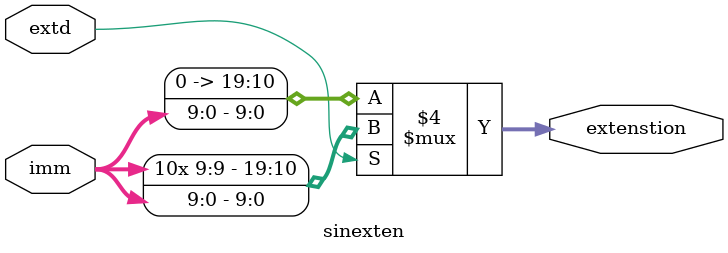
<source format=v>
module sinexten (
    input [9:0] imm,       // 10-bit immediate input
    input extd,            // Extension control signal
    output reg [19:0] extenstion // 19-bit extension value
);

always @(*) begin
    if (extd == 1) begin
        extenstion <= { {10{imm[9]}}, imm }; // Sign extension
    end else begin
        extenstion <= {10'b0000000000, imm}; // Zero extension
    end
end

endmodule


</source>
